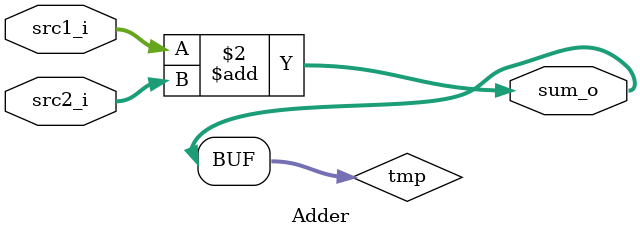
<source format=v>
module Adder(
	src1_i,
	src2_i,
	sum_o
	);
     
// I/O ports
input  [32-1:0]  src1_i;
input  [32-1:0]	 src2_i;

output [32-1:0]	 sum_o;

// Internal Signals
reg [32-1:0] tmp;
assign sum_o = tmp;

// Main function
always @(*) begin
	tmp = src1_i + src2_i;
end

endmodule                  
</source>
